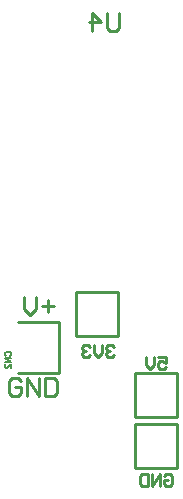
<source format=gbo>
G04*
G04 #@! TF.GenerationSoftware,Altium Limited,Altium Designer,23.4.1 (23)*
G04*
G04 Layer_Color=32896*
%FSLAX25Y25*%
%MOIN*%
G70*
G04*
G04 #@! TF.SameCoordinates,D0A82AA9-F4A3-43A1-B343-99984006E8F9*
G04*
G04*
G04 #@! TF.FilePolarity,Positive*
G04*
G01*
G75*
%ADD14C,0.00500*%
%ADD15C,0.01000*%
D14*
X56008Y60813D02*
X55674Y61146D01*
Y61813D01*
X56008Y62146D01*
X57341D01*
X57674Y61813D01*
Y61146D01*
X57341Y60813D01*
X57674Y60147D02*
X55674D01*
X57674Y58814D01*
X55674D01*
X57674Y56815D02*
Y58148D01*
X56341Y56815D01*
X56008D01*
X55674Y57148D01*
Y57814D01*
X56008Y58148D01*
D15*
X93468Y67256D02*
Y82059D01*
X79374D02*
X93468D01*
X79374Y67256D02*
X93468D01*
X79374D02*
Y82059D01*
X73500Y55000D02*
Y72000D01*
X60000Y55000D02*
X73500D01*
X60000Y72000D02*
X73500D01*
X98874Y40256D02*
Y55059D01*
Y40256D02*
X112969D01*
X98874Y55059D02*
X112969D01*
Y40256D02*
Y55059D01*
X98874Y23256D02*
Y38059D01*
Y23256D02*
X112969D01*
X98874Y38059D02*
X112969D01*
Y23256D02*
Y38059D01*
X93498Y174999D02*
Y170001D01*
X92499Y169001D01*
X90499D01*
X89500Y170001D01*
Y174999D01*
X84501Y169001D02*
Y174999D01*
X87500Y172000D01*
X83502D01*
X91832Y63833D02*
X91165Y64499D01*
X89832D01*
X89166Y63833D01*
Y63166D01*
X89832Y62500D01*
X90499D01*
X89832D01*
X89166Y61834D01*
Y61167D01*
X89832Y60501D01*
X91165D01*
X91832Y61167D01*
X87833Y64499D02*
Y61834D01*
X86500Y60501D01*
X85167Y61834D01*
Y64499D01*
X83834Y63833D02*
X83168Y64499D01*
X81835D01*
X81168Y63833D01*
Y63166D01*
X81835Y62500D01*
X82501D01*
X81835D01*
X81168Y61834D01*
Y61167D01*
X81835Y60501D01*
X83168D01*
X83834Y61167D01*
X106667Y60499D02*
X109332D01*
Y58500D01*
X107999Y59166D01*
X107333D01*
X106667Y58500D01*
Y57167D01*
X107333Y56501D01*
X108666D01*
X109332Y57167D01*
X105333Y60499D02*
Y57834D01*
X104001Y56501D01*
X102668Y57834D01*
Y60499D01*
X108666Y20833D02*
X109332Y21499D01*
X110665D01*
X111332Y20833D01*
Y18167D01*
X110665Y17501D01*
X109332D01*
X108666Y18167D01*
Y19500D01*
X109999D01*
X107333Y17501D02*
Y21499D01*
X104667Y17501D01*
Y21499D01*
X103334D02*
Y17501D01*
X101335D01*
X100668Y18167D01*
Y20833D01*
X101335Y21499D01*
X103334D01*
X60999Y52498D02*
X59999Y53498D01*
X58000D01*
X57000Y52498D01*
Y48500D01*
X58000Y47500D01*
X59999D01*
X60999Y48500D01*
Y50499D01*
X58999D01*
X62998Y47500D02*
Y53498D01*
X66997Y47500D01*
Y53498D01*
X68996D02*
Y47500D01*
X71995D01*
X72995Y48500D01*
Y52498D01*
X71995Y53498D01*
X68996D01*
X62000Y80498D02*
Y76499D01*
X63999Y74500D01*
X65999Y76499D01*
Y80498D01*
X67998Y77499D02*
X71997D01*
X69997Y79498D02*
Y75500D01*
M02*

</source>
